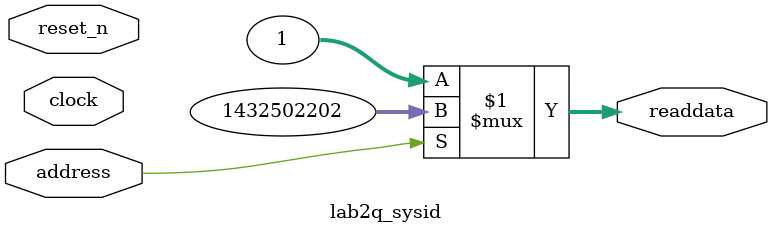
<source format=v>

`timescale 1ns / 1ps
// synthesis translate_on

// turn off superfluous verilog processor warnings 
// altera message_level Level1 
// altera message_off 10034 10035 10036 10037 10230 10240 10030 

module lab2q_sysid (
               // inputs:
                address,
                clock,
                reset_n,

               // outputs:
                readdata
             )
;

  output  [ 31: 0] readdata;
  input            address;
  input            clock;
  input            reset_n;

  wire    [ 31: 0] readdata;
  //control_slave, which is an e_avalon_slave
  assign readdata = address ? 1432502202 : 1;

endmodule




</source>
